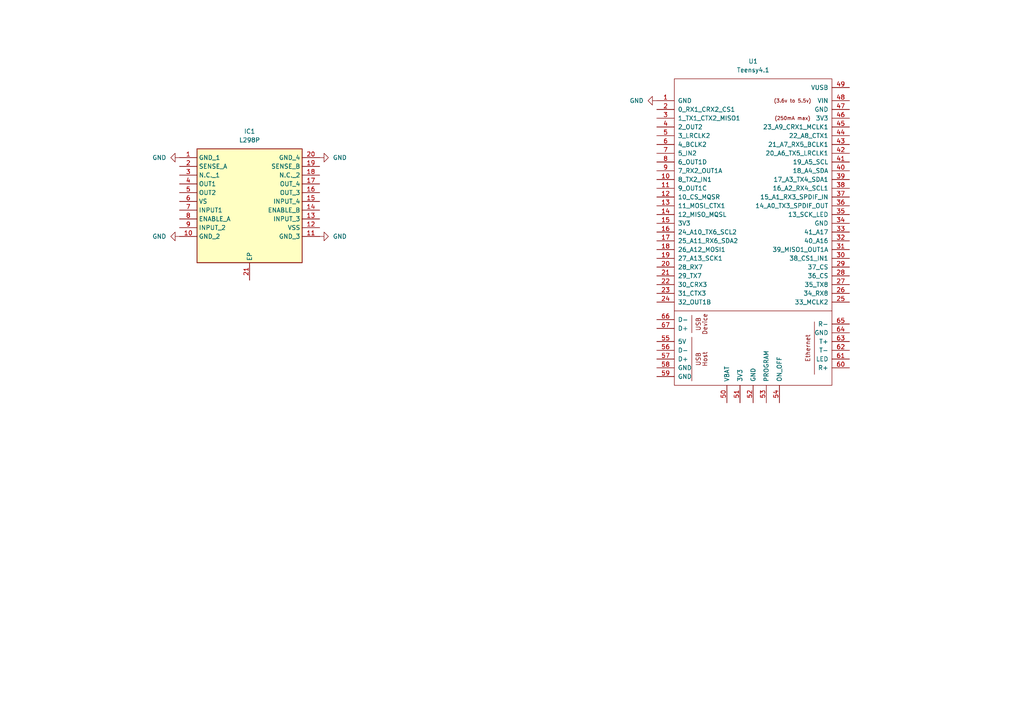
<source format=kicad_sch>
(kicad_sch (version 20230121) (generator eeschema)
  (paper "A4")
  (lib_symbols
    (symbol "L298P:L298P"
      (property "Reference" "IC" (at 36.83 7.62 0))
      (property "Value" "L298P" (at 36.83 5.08 0))
      (symbol "L298P_1_1"
        (rectangle (start 5.08 2.54) (end 35.56 -30.48) (stroke (width 0.254)) (fill (type background)))
        (pin passive line (at 0 0 0) (length 5.08) (name "GND_1") (number "1"))
        (pin passive line (at 0 -22.86 0) (length 5.08) (name "GND_2") (number "10"))
        (pin passive line (at 40.64 -22.86 180) (length 5.08) (name "GND_3") (number "11"))
        (pin passive line (at 40.64 -20.32 180) (length 5.08) (name "VSS") (number "12"))
        (pin passive line (at 40.64 -17.78 180) (length 5.08) (name "INPUT_3") (number "13"))
        (pin passive line (at 40.64 -15.24 180) (length 5.08) (name "ENABLE_B") (number "14"))
        (pin passive line (at 40.64 -12.7 180) (length 5.08) (name "INPUT_4") (number "15"))
        (pin passive line (at 40.64 -10.16 180) (length 5.08) (name "OUT_3") (number "16"))
        (pin passive line (at 40.64 -7.62 180) (length 5.08) (name "OUT_4") (number "17"))
        (pin passive line (at 40.64 -5.08 180) (length 5.08) (name "N.C._2") (number "18"))
        (pin passive line (at 40.64 -2.54 180) (length 5.08) (name "SENSE_B") (number "19"))
        (pin passive line (at 0 -2.54 0) (length 5.08) (name "SENSE_A") (number "2"))
        (pin passive line (at 40.64 0 180) (length 5.08) (name "GND_4") (number "20"))
        (pin passive line (at 20.32 -35.56 90) (length 5.08) (name "EP") (number "21"))
        (pin passive line (at 0 -5.08 0) (length 5.08) (name "N.C._1") (number "3"))
        (pin passive line (at 0 -7.62 0) (length 5.08) (name "OUT1") (number "4"))
        (pin passive line (at 0 -10.16 0) (length 5.08) (name "OUT2") (number "5"))
        (pin passive line (at 0 -12.7 0) (length 5.08) (name "VS") (number "6"))
        (pin passive line (at 0 -15.24 0) (length 5.08) (name "INPUT1") (number "7"))
        (pin passive line (at 0 -17.78 0) (length 5.08) (name "ENABLE_A") (number "8"))
        (pin passive line (at 0 -20.32 0) (length 5.08) (name "INPUT_2") (number "9"))
      )
    )
    (symbol "power:GND" (power) (pin_names (offset 0))
      (property "Value" "GND" (at 0 -3.81 0))
      (symbol "GND_0_1"
        (polyline (pts (xy 0 0) (xy 0 -1.27) (xy 1.27 -1.27) (xy 0 -2.54) (xy -1.27 -1.27) (xy 0 -1.27)))
      )
      (symbol "GND_1_1"
        (pin power_in line (at 0 0 270) (length 0) hide (name "GND") (number "1"))
      )
    )
    (symbol "teensy:Teensy4.1" (pin_names (offset 1.016))
      (property "Reference" "U" (at 0 64.77 0))
      (property "Value" "Teensy4.1" (at 0 62.23 0))
      (symbol "Teensy4.1_0_0"
        (polyline (pts (xy -22.86 -6.35) (xy 22.86 -6.35)))
        (polyline (pts (xy -17.78 -26.67) (xy -17.78 -13.97)))
        (polyline (pts (xy -17.78 -7.62) (xy -17.78 -12.7)))
        (polyline (pts (xy 17.78 -9.525) (xy 17.78 -24.765)))
        (text "(250mA max)" (at 11.43 49.53 0) (effects (font (size 1.016 1.016))))
        (text "(3.6v to 5.5v)" (at 11.43 54.61 0) (effects (font (size 1.016 1.016))))
        (text "Device" (at -13.97 -10.16 900) (effects (font (size 1.27 1.27))))
        (text "Ethernet" (at 15.875 -17.145 900) (effects (font (size 1.27 1.27))))
        (text "Host" (at -13.97 -20.32 900) (effects (font (size 1.27 1.27))))
        (text "USB" (at -15.875 -20.32 900) (effects (font (size 1.27 1.27))))
        (text "USB" (at -15.875 -10.16 900) (effects (font (size 1.27 1.27))))
        (pin bidirectional line (at -27.94 31.75 0) (length 5.08) (name "8_TX2_IN1") (number "10"))
        (pin bidirectional line (at -27.94 29.21 0) (length 5.08) (name "9_OUT1C") (number "11"))
        (pin bidirectional line (at -27.94 26.67 0) (length 5.08) (name "10_CS_MQSR") (number "12"))
        (pin bidirectional line (at -27.94 24.13 0) (length 5.08) (name "11_MOSI_CTX1") (number "13"))
        (pin bidirectional line (at -27.94 21.59 0) (length 5.08) (name "12_MISO_MQSL") (number "14"))
        (pin power_in line (at -27.94 19.05 0) (length 5.08) (name "3V3") (number "15"))
        (pin bidirectional line (at -27.94 16.51 0) (length 5.08) (name "24_A10_TX6_SCL2") (number "16"))
        (pin bidirectional line (at -27.94 13.97 0) (length 5.08) (name "25_A11_RX6_SDA2") (number "17"))
        (pin bidirectional line (at -27.94 11.43 0) (length 5.08) (name "26_A12_MOSI1") (number "18"))
        (pin bidirectional line (at -27.94 8.89 0) (length 5.08) (name "27_A13_SCK1") (number "19"))
        (pin bidirectional line (at -27.94 6.35 0) (length 5.08) (name "28_RX7") (number "20"))
        (pin bidirectional line (at -27.94 3.81 0) (length 5.08) (name "29_TX7") (number "21"))
        (pin bidirectional line (at -27.94 1.27 0) (length 5.08) (name "30_CRX3") (number "22"))
        (pin bidirectional line (at -27.94 -1.27 0) (length 5.08) (name "31_CTX3") (number "23"))
        (pin bidirectional line (at -27.94 -3.81 0) (length 5.08) (name "32_OUT1B") (number "24"))
        (pin bidirectional line (at 27.94 -3.81 180) (length 5.08) (name "33_MCLK2") (number "25"))
        (pin bidirectional line (at 27.94 -1.27 180) (length 5.08) (name "34_RX8") (number "26"))
        (pin bidirectional line (at 27.94 1.27 180) (length 5.08) (name "35_TX8") (number "27"))
        (pin bidirectional line (at 27.94 3.81 180) (length 5.08) (name "36_CS") (number "28"))
        (pin bidirectional line (at 27.94 6.35 180) (length 5.08) (name "37_CS") (number "29"))
        (pin bidirectional line (at 27.94 8.89 180) (length 5.08) (name "38_CS1_IN1") (number "30"))
        (pin bidirectional line (at 27.94 11.43 180) (length 5.08) (name "39_MISO1_OUT1A") (number "31"))
        (pin bidirectional line (at 27.94 13.97 180) (length 5.08) (name "40_A16") (number "32"))
        (pin bidirectional line (at 27.94 16.51 180) (length 5.08) (name "41_A17") (number "33"))
        (pin bidirectional line (at 27.94 21.59 180) (length 5.08) (name "13_SCK_LED") (number "35"))
        (pin bidirectional line (at 27.94 24.13 180) (length 5.08) (name "14_A0_TX3_SPDIF_OUT") (number "36"))
        (pin bidirectional line (at 27.94 26.67 180) (length 5.08) (name "15_A1_RX3_SPDIF_IN") (number "37"))
        (pin bidirectional line (at 27.94 29.21 180) (length 5.08) (name "16_A2_RX4_SCL1") (number "38"))
        (pin bidirectional line (at 27.94 31.75 180) (length 5.08) (name "17_A3_TX4_SDA1") (number "39"))
        (pin bidirectional line (at 27.94 34.29 180) (length 5.08) (name "18_A4_SDA") (number "40"))
        (pin bidirectional line (at 27.94 36.83 180) (length 5.08) (name "19_A5_SCL") (number "41"))
        (pin bidirectional line (at 27.94 39.37 180) (length 5.08) (name "20_A6_TX5_LRCLK1") (number "42"))
        (pin bidirectional line (at 27.94 41.91 180) (length 5.08) (name "21_A7_RX5_BCLK1") (number "43"))
        (pin bidirectional line (at 27.94 44.45 180) (length 5.08) (name "22_A8_CTX1") (number "44"))
        (pin bidirectional line (at 27.94 46.99 180) (length 5.08) (name "23_A9_CRX1_MCLK1") (number "45"))
        (pin output line (at 27.94 49.53 180) (length 5.08) (name "3V3") (number "46"))
        (pin output line (at 27.94 52.07 180) (length 5.08) (name "GND") (number "47"))
        (pin power_in line (at 27.94 54.61 180) (length 5.08) (name "VIN") (number "48"))
        (pin power_out line (at 27.94 58.42 180) (length 5.08) (name "VUSB") (number "49"))
        (pin bidirectional line (at -27.94 44.45 0) (length 5.08) (name "3_LRCLK2") (number "5"))
        (pin power_in line (at -7.62 -33.02 90) (length 5.08) (name "VBAT") (number "50"))
        (pin power_in line (at -3.81 -33.02 90) (length 5.08) (name "3V3") (number "51"))
        (pin input line (at 0 -33.02 90) (length 5.08) (name "GND") (number "52"))
        (pin input line (at 3.81 -33.02 90) (length 5.08) (name "PROGRAM") (number "53"))
        (pin input line (at 7.62 -33.02 90) (length 5.08) (name "ON_OFF") (number "54"))
        (pin power_out line (at -27.94 -15.24 0) (length 5.08) (name "5V") (number "55"))
        (pin bidirectional line (at -27.94 -17.78 0) (length 5.08) (name "D-") (number "56"))
        (pin bidirectional line (at -27.94 -20.32 0) (length 5.08) (name "D+") (number "57"))
        (pin power_in line (at -27.94 -22.86 0) (length 5.08) (name "GND") (number "58"))
        (pin power_in line (at -27.94 -25.4 0) (length 5.08) (name "GND") (number "59"))
        (pin bidirectional line (at -27.94 41.91 0) (length 5.08) (name "4_BCLK2") (number "6"))
        (pin bidirectional line (at 27.94 -22.86 180) (length 5.08) (name "R+") (number "60"))
        (pin bidirectional line (at 27.94 -20.32 180) (length 5.08) (name "LED") (number "61"))
        (pin bidirectional line (at 27.94 -17.78 180) (length 5.08) (name "T-") (number "62"))
        (pin bidirectional line (at 27.94 -15.24 180) (length 5.08) (name "T+") (number "63"))
        (pin power_in line (at 27.94 -12.7 180) (length 5.08) (name "GND") (number "64"))
        (pin bidirectional line (at 27.94 -10.16 180) (length 5.08) (name "R-") (number "65"))
        (pin bidirectional line (at -27.94 -8.89 0) (length 5.08) (name "D-") (number "66"))
        (pin bidirectional line (at -27.94 -11.43 0) (length 5.08) (name "D+") (number "67"))
        (pin bidirectional line (at -27.94 39.37 0) (length 5.08) (name "5_IN2") (number "7"))
        (pin bidirectional line (at -27.94 36.83 0) (length 5.08) (name "6_OUT1D") (number "8"))
        (pin bidirectional line (at -27.94 34.29 0) (length 5.08) (name "7_RX2_OUT1A") (number "9"))
      )
      (symbol "Teensy4.1_0_1"
        (rectangle (start -22.86 60.96) (end 22.86 -27.94))
        (rectangle (start -20.32 -1.27) (end -20.32 -1.27))
      )
      (symbol "Teensy4.1_1_1"
        (pin power_in line (at -27.94 54.61 0) (length 5.08) (name "GND") (number "1"))
        (pin bidirectional line (at -27.94 52.07 0) (length 5.08) (name "0_RX1_CRX2_CS1") (number "2"))
        (pin bidirectional line (at -27.94 49.53 0) (length 5.08) (name "1_TX1_CTX2_MISO1") (number "3"))
        (pin power_in line (at 27.94 19.05 180) (length 5.08) (name "GND") (number "34"))
        (pin bidirectional line (at -27.94 46.99 0) (length 5.08) (name "2_OUT2") (number "4"))
      )
    )
  )
  (symbol (lib_id "L298P:L298P") (at 52.07 45.72 0) (unit 1)
    (property "Reference" "IC1" (at 72.39 38.1 0))
    (property "Value" "L298P" (at 72.39 40.64 0))
    (property "Footprint" "SOIC127P1420X360-21N" (effects hide))
    (property "Datasheet" "https://datasheet.datasheetarchive.com/originals/distributors/Datasheets-32/DSA-634400.pdf" (effects hide))
    (property "Height" "3.6" (effects hide))
    (property "Mouser Part Number" "511-L298P" (effects hide))
    (property "Mouser Price/Stock" "https://www.mouser.co.uk/ProductDetail/STMicroelectronics/L298P?qs=lDh9v96ogBZNJERYYNX11w%3D%3D" (effects hide))
    (property "Manufacturer_Name" "STMicroelectronics" (effects hide))
    (property "Manufacturer_Part_Number" "L298P" (effects hide))
  )
  (symbol (lib_id "power:GND") (at 92.71 45.72 90) (unit 1)
    (property "Reference" "#PWR01" (effects hide))
    (property "Value" "GND" (at 96.52 45.72 90) (effects (justify right)))
  )
  (symbol (lib_id "power:GND") (at 190.5 29.21 270) (unit 1)
    (property "Reference" "#PWR05" (effects hide))
    (property "Value" "GND" (at 186.69 29.21 90) (effects (justify right)))
  )
  (symbol (lib_id "teensy:Teensy4.1") (at 218.44 83.82 0) (unit 1)
    (property "Reference" "U1" (at 218.44 17.78 0))
    (property "Value" "Teensy4.1" (at 218.44 20.32 0))
  )
  (symbol (lib_id "power:GND") (at 92.71 68.58 90) (unit 1)
    (property "Reference" "#PWR02" (effects hide))
    (property "Value" "GND" (at 96.52 68.58 90) (effects (justify right)))
  )
  (symbol (lib_id "power:GND") (at 52.07 68.58 270) (unit 1)
    (property "Reference" "#PWR04" (effects hide))
    (property "Value" "GND" (at 48.26 68.58 90) (effects (justify right)))
  )
  (symbol (lib_id "power:GND") (at 52.07 45.72 270) (unit 1)
    (property "Reference" "#PWR03" (effects hide))
    (property "Value" "GND" (at 48.26 45.72 90) (effects (justify right)))
  )
)
</source>
